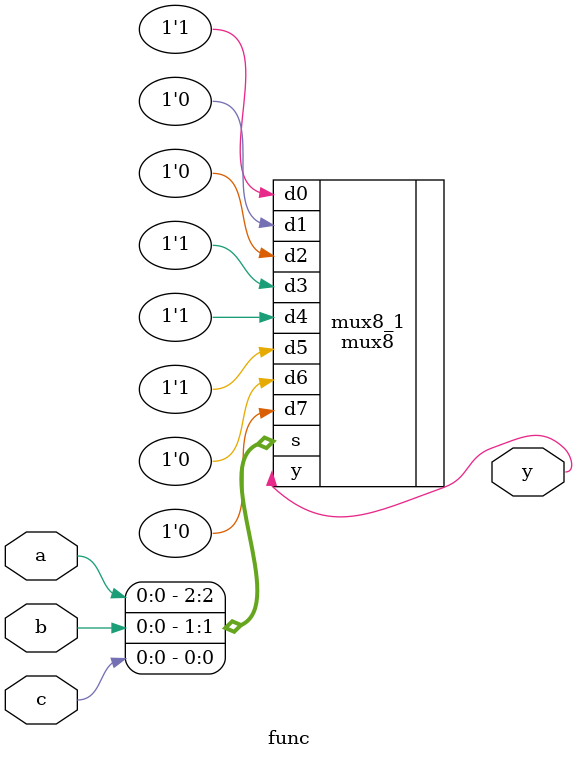
<source format=v>
module func(
    input   a,b,c,
    output  y
);
    mux8 mux8_1(
        .s({a, b, c}),
        .d0(1'b1),
        .d1(1'b0),
        .d2(1'b0),
        .d3(1'b1),
        .d4(1'b1),
        .d5(1'b1),
        .d6(1'b0),
        .d7(1'b0),
        .y(y)
    );
endmodule
</source>
